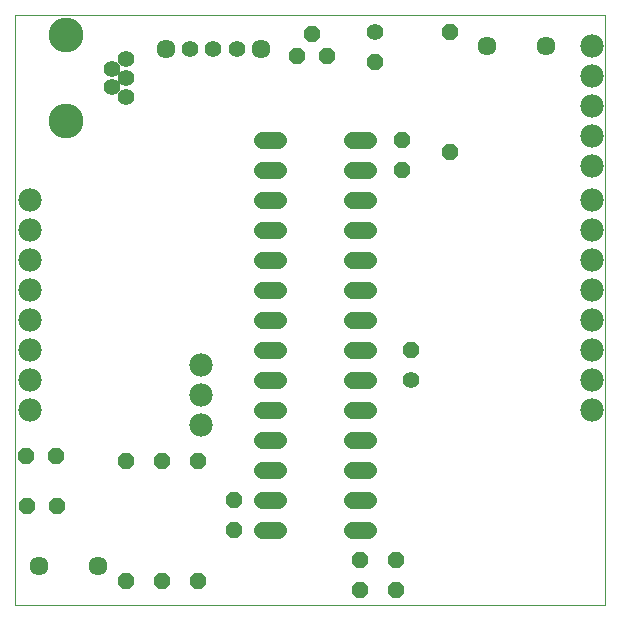
<source format=gts>
G75*
%MOIN*%
%OFA0B0*%
%FSLAX25Y25*%
%IPPOS*%
%LPD*%
%AMOC8*
5,1,8,0,0,1.08239X$1,22.5*
%
%ADD10C,0.00000*%
%ADD11OC8,0.05600*%
%ADD12C,0.05600*%
%ADD13C,0.05550*%
%ADD14C,0.11620*%
%ADD15C,0.07800*%
%ADD16C,0.05600*%
%ADD17C,0.06337*%
D10*
X0006800Y0021800D02*
X0006800Y0218650D01*
X0203650Y0218650D01*
X0203650Y0021800D01*
X0006800Y0021800D01*
D11*
X0010800Y0054800D03*
X0020800Y0054800D03*
X0020493Y0071619D03*
X0010493Y0071619D03*
X0043800Y0069800D03*
X0055800Y0069800D03*
X0067800Y0069800D03*
X0079800Y0056800D03*
X0079800Y0046800D03*
X0067800Y0029800D03*
X0055800Y0029800D03*
X0043800Y0029800D03*
X0121800Y0026800D03*
X0121800Y0036800D03*
X0133800Y0036800D03*
X0133800Y0026800D03*
X0138800Y0106800D03*
X0135800Y0166800D03*
X0135800Y0176800D03*
X0151800Y0172800D03*
X0126800Y0202800D03*
X0110800Y0204800D03*
X0105800Y0212300D03*
X0100800Y0204800D03*
X0151800Y0212800D03*
D12*
X0126800Y0212800D03*
X0138800Y0096800D03*
D13*
X0043847Y0191249D03*
X0039123Y0194398D03*
X0043847Y0197548D03*
X0039123Y0200698D03*
X0043847Y0203847D03*
X0065162Y0207343D03*
X0073036Y0207343D03*
X0080910Y0207343D03*
D14*
X0023769Y0211918D03*
X0023769Y0183178D03*
D15*
X0011800Y0156800D03*
X0011800Y0146800D03*
X0011800Y0136800D03*
X0011800Y0126800D03*
X0011800Y0116800D03*
X0011800Y0106800D03*
X0011800Y0096800D03*
X0011800Y0086800D03*
X0068800Y0081800D03*
X0068800Y0091800D03*
X0068800Y0101800D03*
X0199300Y0096800D03*
X0199300Y0106800D03*
X0199300Y0116800D03*
X0199300Y0126800D03*
X0199300Y0136800D03*
X0199300Y0146800D03*
X0199300Y0156800D03*
X0199280Y0168233D03*
X0199280Y0178233D03*
X0199280Y0188233D03*
X0199280Y0198233D03*
X0199280Y0208233D03*
X0199300Y0086800D03*
D16*
X0124557Y0086745D02*
X0119357Y0086745D01*
X0119357Y0076745D02*
X0124557Y0076745D01*
X0124557Y0066745D02*
X0119357Y0066745D01*
X0119357Y0056745D02*
X0124557Y0056745D01*
X0124557Y0046745D02*
X0119357Y0046745D01*
X0094557Y0046745D02*
X0089357Y0046745D01*
X0089357Y0056745D02*
X0094557Y0056745D01*
X0094557Y0066745D02*
X0089357Y0066745D01*
X0089357Y0076745D02*
X0094557Y0076745D01*
X0094557Y0086745D02*
X0089357Y0086745D01*
X0089357Y0096745D02*
X0094557Y0096745D01*
X0094557Y0106745D02*
X0089357Y0106745D01*
X0089357Y0116745D02*
X0094557Y0116745D01*
X0094557Y0126745D02*
X0089357Y0126745D01*
X0089357Y0136745D02*
X0094557Y0136745D01*
X0094557Y0146745D02*
X0089357Y0146745D01*
X0089357Y0156745D02*
X0094557Y0156745D01*
X0094557Y0166745D02*
X0089357Y0166745D01*
X0089357Y0176745D02*
X0094557Y0176745D01*
X0119357Y0176745D02*
X0124557Y0176745D01*
X0124557Y0166745D02*
X0119357Y0166745D01*
X0119357Y0156745D02*
X0124557Y0156745D01*
X0124557Y0146745D02*
X0119357Y0146745D01*
X0119357Y0136745D02*
X0124557Y0136745D01*
X0124557Y0126745D02*
X0119357Y0126745D01*
X0119357Y0116745D02*
X0124557Y0116745D01*
X0124557Y0106745D02*
X0119357Y0106745D01*
X0119357Y0096745D02*
X0124557Y0096745D01*
D17*
X0034643Y0034800D03*
X0014957Y0034800D03*
X0057288Y0207343D03*
X0088784Y0207343D03*
X0164083Y0208351D03*
X0183769Y0208351D03*
M02*

</source>
